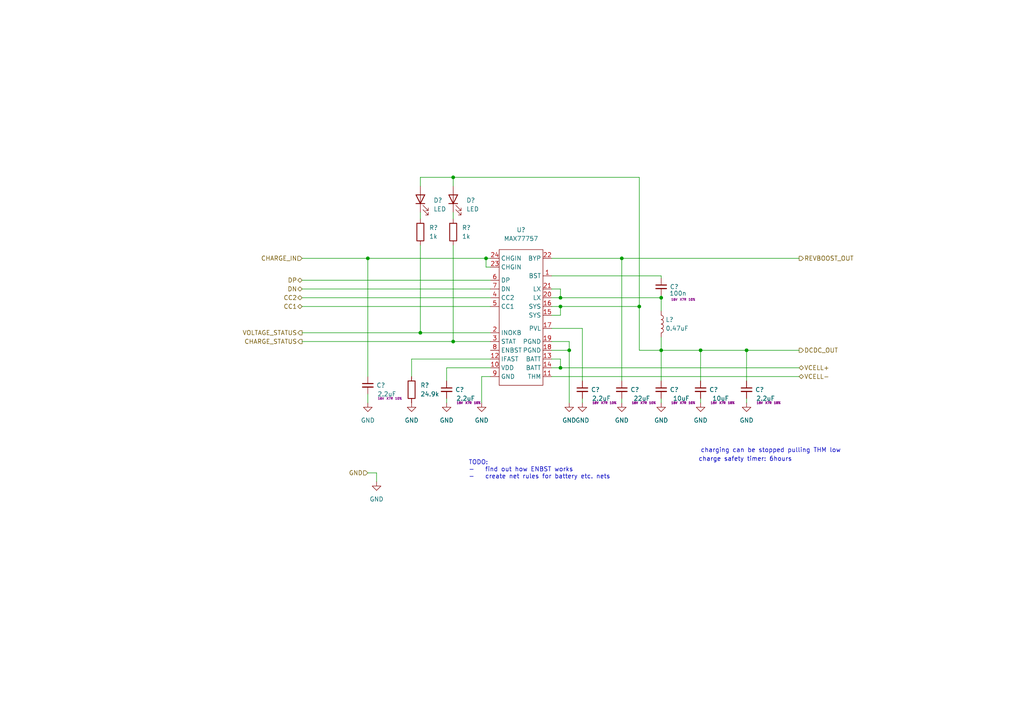
<source format=kicad_sch>
(kicad_sch (version 20211123) (generator eeschema)
  (paper "A4")
  (lib_symbols
    (symbol "314_power_management_ic:MAX77757"
      (property "Reference" "U?" (at -5.08 20.32 0))
      (property "Value" "MAX77757" (at 0 1.27 90))
      (symbol "MAX77757_0_1"
        (rectangle (start -6.35 19.05) (end 6.35 -20.32))
      )
      (symbol "MAX77757_1_1"
        (pin power_out line (at 8.89 11.43 180) (length 2.54) (name "BST") (number "1"))
        (pin power_out line (at -8.89 -15.24 0) (length 2.54) (name "VDD") (number "10"))
        (pin input line (at 8.89 -17.78 180) (length 2.54) (name "THM") (number "11"))
        (pin passive line (at -8.89 -12.7 0) (length 2.54) (name "IFAST") (number "12"))
        (pin power_out line (at 8.89 -12.7 180) (length 2.54) (name "BATT") (number "13"))
        (pin power_out line (at 8.89 -15.24 180) (length 2.54) (name "BATT") (number "14"))
        (pin power_in line (at 8.89 0 180) (length 2.54) (name "SYS") (number "15"))
        (pin power_in line (at 8.89 2.54 180) (length 2.54) (name "SYS") (number "16"))
        (pin power_out line (at 8.89 -3.81 180) (length 2.54) (name "PVL") (number "17"))
        (pin power_out line (at 8.89 -10.16 180) (length 2.54) (name "PGND") (number "18"))
        (pin power_out line (at 8.89 -7.62 180) (length 2.54) (name "PGND") (number "19"))
        (pin open_collector line (at -8.89 -5.08 0) (length 2.54) (name "INOKB") (number "2"))
        (pin bidirectional line (at 8.89 5.08 180) (length 2.54) (name "LX") (number "20"))
        (pin bidirectional line (at 8.89 7.62 180) (length 2.54) (name "LX") (number "21"))
        (pin bidirectional line (at 8.89 16.51 180) (length 2.54) (name "BYP") (number "22"))
        (pin power_in line (at -8.89 13.97 0) (length 2.54) (name "CHGIN") (number "23"))
        (pin power_in line (at -8.89 16.51 0) (length 2.54) (name "CHGIN") (number "24"))
        (pin open_collector line (at -8.89 -7.62 0) (length 2.54) (name "STAT") (number "3"))
        (pin bidirectional line (at -8.89 5.08 0) (length 2.54) (name "CC2") (number "4"))
        (pin bidirectional line (at -8.89 2.54 0) (length 2.54) (name "CC1") (number "5"))
        (pin bidirectional line (at -8.89 10.16 0) (length 2.54) (name "DP") (number "6"))
        (pin bidirectional line (at -8.89 7.62 0) (length 2.54) (name "DN") (number "7"))
        (pin input line (at -8.89 -10.16 0) (length 2.54) (name "ENBST") (number "8"))
        (pin power_out line (at -8.89 -17.78 0) (length 2.54) (name "GND") (number "9"))
      )
    )
    (symbol "Device:C_Small" (pin_numbers hide) (pin_names (offset 0.254) hide)
      (property "Reference" "C" (at 0.254 1.778 0))
      (property "Value" "C_Small" (at 0.254 -2.032 0))
      (symbol "C_Small_0_1"
        (polyline (pts (xy -1.524 -0.508) (xy 1.524 -0.508)) (stroke (width 0.3302)))
        (polyline (pts (xy -1.524 0.508) (xy 1.524 0.508)) (stroke (width 0.3048)))
      )
      (symbol "C_Small_1_1"
        (pin passive line (at 0 2.54 270) (length 2.032) (name "~") (number "1"))
        (pin passive line (at 0 -2.54 90) (length 2.032) (name "~") (number "2"))
      )
    )
    (symbol "Device:L" (pin_numbers hide) (pin_names (offset 1.016) hide)
      (property "Reference" "L" (at -1.27 0 90))
      (property "Value" "L" (at 1.905 0 90))
      (symbol "L_0_1"
        (arc (start 0 -2.54) (mid 0.635 -1.905) (end 0 -1.27))
        (arc (start 0 -1.27) (mid 0.635 -0.635) (end 0 0))
        (arc (start 0 0) (mid 0.635 0.635) (end 0 1.27))
        (arc (start 0 1.27) (mid 0.635 1.905) (end 0 2.54))
      )
      (symbol "L_1_1"
        (pin passive line (at 0 3.81 270) (length 1.27) (name "1") (number "1"))
        (pin passive line (at 0 -3.81 90) (length 1.27) (name "2") (number "2"))
      )
    )
    (symbol "Device:LED" (pin_numbers hide) (pin_names (offset 1.016) hide)
      (property "Reference" "D" (at 0 2.54 0))
      (property "Value" "LED" (at 0 -2.54 0))
      (symbol "LED_0_1"
        (polyline (pts (xy -1.27 -1.27) (xy -1.27 1.27)) (stroke (width 0.254)))
        (polyline (pts (xy -1.27 0) (xy 1.27 0)))
        (polyline (pts (xy 1.27 -1.27) (xy 1.27 1.27) (xy -1.27 0) (xy 1.27 -1.27)) (stroke (width 0.254)))
        (polyline (pts (xy -3.048 -0.762) (xy -4.572 -2.286) (xy -3.81 -2.286) (xy -4.572 -2.286) (xy -4.572 -1.524)))
        (polyline (pts (xy -1.778 -0.762) (xy -3.302 -2.286) (xy -2.54 -2.286) (xy -3.302 -2.286) (xy -3.302 -1.524)))
      )
      (symbol "LED_1_1"
        (pin passive line (at -3.81 0 0) (length 2.54) (name "K") (number "1"))
        (pin passive line (at 3.81 0 180) (length 2.54) (name "A") (number "2"))
      )
    )
    (symbol "Device:R" (pin_numbers hide) (pin_names (offset 0))
      (property "Reference" "R" (at 2.032 0 90))
      (property "Value" "R" (at 0 0 90))
      (symbol "R_0_1"
        (rectangle (start -1.016 -2.54) (end 1.016 2.54) (stroke (width 0.254)))
      )
      (symbol "R_1_1"
        (pin passive line (at 0 3.81 270) (length 1.27) (name "~") (number "1"))
        (pin passive line (at 0 -3.81 90) (length 1.27) (name "~") (number "2"))
      )
    )
    (symbol "power:GND" (power) (pin_names (offset 0))
      (property "Value" "GND" (at 0 -3.81 0))
      (symbol "GND_0_1"
        (polyline (pts (xy 0 0) (xy 0 -1.27) (xy 1.27 -1.27) (xy 0 -2.54) (xy -1.27 -1.27) (xy 0 -1.27)))
      )
      (symbol "GND_1_1"
        (pin power_in line (at 0 0 270) (length 0) hide (name "GND") (number "1"))
      )
    )
  )
  (junction (at 185.42 88.9))
  (junction (at 162.56 88.9))
  (junction (at 191.77 101.6))
  (junction (at 191.77 86.36))
  (junction (at 121.92 96.52))
  (junction (at 203.2 101.6))
  (junction (at 106.68 74.93))
  (junction (at 140.97 74.93))
  (junction (at 216.535 101.6))
  (junction (at 131.445 99.06))
  (junction (at 165.1 101.6))
  (junction (at 162.56 86.36))
  (junction (at 131.445 51.435))
  (junction (at 180.34 74.93))
  (junction (at 162.56 106.68))
  (wire (pts (xy 121.92 51.435) (xy 121.92 53.975)))
  (wire (pts (xy 168.91 115.57) (xy 168.91 116.84)))
  (wire (pts (xy 160.02 101.6) (xy 165.1 101.6)))
  (wire (pts (xy 162.56 106.68) (xy 231.775 106.68)))
  (wire (pts (xy 162.56 88.9) (xy 162.56 91.44)))
  (wire (pts (xy 131.445 99.06) (xy 142.24 99.06)))
  (wire (pts (xy 140.97 74.93) (xy 142.24 74.93)))
  (wire (pts (xy 168.91 95.25) (xy 168.91 110.49)))
  (wire (pts (xy 160.02 74.93) (xy 180.34 74.93)))
  (wire (pts (xy 162.56 88.9) (xy 185.42 88.9)))
  (wire (pts (xy 106.68 74.93) (xy 140.97 74.93)))
  (wire (pts (xy 160.02 91.44) (xy 162.56 91.44)))
  (wire (pts (xy 139.7 109.22) (xy 139.7 116.84)))
  (wire (pts (xy 140.97 74.93) (xy 140.97 77.47)))
  (wire (pts (xy 185.42 88.9) (xy 185.42 101.6)))
  (wire (pts (xy 131.445 51.435) (xy 131.445 53.975)))
  (wire (pts (xy 129.54 115.57) (xy 129.54 116.84)))
  (wire (pts (xy 160.02 86.36) (xy 162.56 86.36)))
  (wire (pts (xy 160.02 80.01) (xy 191.77 80.01)))
  (wire (pts (xy 180.34 115.57) (xy 180.34 116.84)))
  (wire (pts (xy 165.1 99.06) (xy 165.1 101.6)))
  (wire (pts (xy 121.92 96.52) (xy 142.24 96.52)))
  (wire (pts (xy 165.1 101.6) (xy 165.1 116.84)))
  (wire (pts (xy 131.445 51.435) (xy 121.92 51.435)))
  (wire (pts (xy 160.02 106.68) (xy 162.56 106.68)))
  (wire (pts (xy 191.77 115.57) (xy 191.77 116.84)))
  (wire (pts (xy 160.02 99.06) (xy 165.1 99.06)))
  (wire (pts (xy 129.54 106.68) (xy 129.54 110.49)))
  (wire (pts (xy 185.42 51.435) (xy 185.42 88.9)))
  (wire (pts (xy 216.535 110.49) (xy 216.535 101.6)))
  (wire (pts (xy 106.68 74.93) (xy 106.68 109.22)))
  (wire (pts (xy 191.77 85.725) (xy 191.77 86.36)))
  (wire (pts (xy 119.38 104.14) (xy 142.24 104.14)))
  (wire (pts (xy 87.63 99.06) (xy 131.445 99.06)))
  (wire (pts (xy 191.77 86.36) (xy 191.77 90.17)))
  (wire (pts (xy 203.2 101.6) (xy 216.535 101.6)))
  (wire (pts (xy 106.68 137.16) (xy 109.22 137.16)))
  (wire (pts (xy 131.445 99.06) (xy 131.445 71.12)))
  (wire (pts (xy 121.92 61.595) (xy 121.92 63.5)))
  (wire (pts (xy 160.02 95.25) (xy 168.91 95.25)))
  (wire (pts (xy 87.63 86.36) (xy 142.24 86.36)))
  (wire (pts (xy 106.68 114.3) (xy 106.68 116.84)))
  (wire (pts (xy 180.34 74.93) (xy 231.775 74.93)))
  (wire (pts (xy 216.535 115.57) (xy 216.535 116.84)))
  (wire (pts (xy 131.445 61.595) (xy 131.445 63.5)))
  (wire (pts (xy 109.22 137.16) (xy 109.22 139.7)))
  (wire (pts (xy 121.92 71.12) (xy 121.92 96.52)))
  (wire (pts (xy 87.63 74.93) (xy 106.68 74.93)))
  (wire (pts (xy 180.34 74.93) (xy 180.34 110.49)))
  (wire (pts (xy 87.63 96.52) (xy 121.92 96.52)))
  (wire (pts (xy 160.02 104.14) (xy 162.56 104.14)))
  (wire (pts (xy 142.24 106.68) (xy 129.54 106.68)))
  (wire (pts (xy 160.02 109.22) (xy 231.775 109.22)))
  (wire (pts (xy 87.63 81.28) (xy 142.24 81.28)))
  (wire (pts (xy 87.63 88.9) (xy 142.24 88.9)))
  (wire (pts (xy 185.42 51.435) (xy 131.445 51.435)))
  (wire (pts (xy 162.56 86.36) (xy 162.56 83.82)))
  (wire (pts (xy 203.2 115.57) (xy 203.2 116.84)))
  (wire (pts (xy 160.02 83.82) (xy 162.56 83.82)))
  (wire (pts (xy 185.42 101.6) (xy 191.77 101.6)))
  (wire (pts (xy 162.56 104.14) (xy 162.56 106.68)))
  (wire (pts (xy 191.77 101.6) (xy 203.2 101.6)))
  (wire (pts (xy 216.535 101.6) (xy 231.775 101.6)))
  (wire (pts (xy 160.02 88.9) (xy 162.56 88.9)))
  (wire (pts (xy 191.77 101.6) (xy 191.77 110.49)))
  (wire (pts (xy 119.38 109.22) (xy 119.38 104.14)))
  (wire (pts (xy 87.63 83.82) (xy 142.24 83.82)))
  (wire (pts (xy 162.56 86.36) (xy 191.77 86.36)))
  (wire (pts (xy 140.97 77.47) (xy 142.24 77.47)))
  (wire (pts (xy 191.77 97.79) (xy 191.77 101.6)))
  (wire (pts (xy 203.2 101.6) (xy 203.2 110.49)))
  (wire (pts (xy 191.77 80.01) (xy 191.77 80.645)))
  (wire (pts (xy 142.24 109.22) (xy 139.7 109.22)))
  (text "TODO:\n-	find out how ENBST works\n-	create net rules for battery etc. nets" (at 135.89 139.065 0) (effects (font (size 1.27 1.27)) (justify left bottom)))
  (text "charge safety timer: 6hours" (at 202.565 133.985 0) (effects (font (size 1.27 1.27)) (justify left bottom)))
  (text "charging can be stopped pulling THM low" (at 203.2 131.445 0) (effects (font (size 1.27 1.27)) (justify left bottom)))
  (hierarchical_label "DN" (shape bidirectional) (at 87.63 83.82 180))
  (hierarchical_label "DP" (shape bidirectional) (at 87.63 81.28 180))
  (hierarchical_label "REVBOOST_OUT" (shape output) (at 231.775 74.93 0))
  (hierarchical_label "CHARGE_IN" (shape input) (at 87.63 74.93 180))
  (hierarchical_label "VCELL-" (shape bidirectional) (at 231.775 109.22 0))
  (hierarchical_label "GND" (shape input) (at 106.68 137.16 180))
  (hierarchical_label "DCDC_OUT" (shape output) (at 231.775 101.6 0))
  (hierarchical_label "VCELL+" (shape bidirectional) (at 231.775 106.68 0))
  (hierarchical_label "CC2" (shape bidirectional) (at 87.63 86.36 180))
  (hierarchical_label "VOLTAGE_STATUS" (shape output) (at 87.63 96.52 180))
  (hierarchical_label "CC1" (shape bidirectional) (at 87.63 88.9 180))
  (hierarchical_label "CHARGE_STATUS" (shape output) (at 87.63 99.06 180))
  (symbol (lib_id "Device:R") (at 121.92 67.31 0) (unit 1)
    (property "Reference" "R?" (at 124.46 66.0399 0) (effects (justify left)))
    (property "Value" "1k" (at 124.46 68.5799 0) (effects (justify left)))
  )
  (symbol (lib_id "power:GND") (at 106.68 116.84 0) (unit 1)
    (property "Reference" "#PWR?" (effects hide))
    (property "Value" "GND" (at 106.68 121.92 0))
  )
  (symbol (lib_id "power:GND") (at 168.91 116.84 0) (unit 1)
    (property "Reference" "#PWR?" (effects hide))
    (property "Value" "GND" (at 168.91 121.92 0))
  )
  (symbol (lib_id "power:GND") (at 109.22 139.7 0) (unit 1)
    (property "Reference" "#PWR?" (effects hide))
    (property "Value" "GND" (at 109.22 144.78 0))
  )
  (symbol (lib_id "Device:C_Small") (at 191.77 83.185 0) (mirror y) (unit 1)
    (property "Reference" "C?" (at 196.85 83.185 0) (effects (justify left)))
    (property "Value" "100n" (at 199.136 85.09 0) (effects (justify left)))
    (property "Tolerance" "10%" (at 200.66 86.868 0) (effects (font (size 0.635 0.635))))
    (property "Type" "X7R" (at 198.12 86.868 0) (effects (font (size 0.635 0.635))))
    (property "Voltage Rating" "16V" (at 195.58 86.868 0) (effects (font (size 0.635 0.635))))
  )
  (symbol (lib_id "power:GND") (at 165.1 116.84 0) (unit 1)
    (property "Reference" "#PWR?" (effects hide))
    (property "Value" "GND" (at 165.1 121.92 0))
  )
  (symbol (lib_id "power:GND") (at 203.2 116.84 0) (unit 1)
    (property "Reference" "#PWR?" (effects hide))
    (property "Value" "GND" (at 203.2 121.92 0))
  )
  (symbol (lib_id "power:GND") (at 119.38 116.84 0) (unit 1)
    (property "Reference" "#PWR?" (effects hide))
    (property "Value" "GND" (at 119.38 121.92 0))
  )
  (symbol (lib_id "Device:LED") (at 131.445 57.785 90) (unit 1)
    (property "Reference" "D?" (at 135.255 58.1024 90) (effects (justify right)))
    (property "Value" "LED" (at 135.255 60.6424 90) (effects (justify right)))
    (property "Footprint" "Diode_SMD:D_0603_1608Metric_Pad1.05x0.95mm_HandSolder" (effects hide))
  )
  (symbol (lib_id "Device:C_Small") (at 203.2 113.03 0) (mirror y) (unit 1)
    (property "Reference" "C?" (at 208.28 113.03 0) (effects (justify left)))
    (property "Value" "10uF" (at 211.455 115.57 0) (effects (justify left)))
    (property "Tolerance" "10%" (at 212.09 116.84 0) (effects (font (size 0.635 0.635))))
    (property "Type" "X7R" (at 209.55 116.84 0) (effects (font (size 0.635 0.635))))
    (property "Voltage Rating" "16V" (at 207.01 116.84 0) (effects (font (size 0.635 0.635))))
  )
  (symbol (lib_id "Device:LED") (at 121.92 57.785 90) (unit 1)
    (property "Reference" "D?" (at 125.73 58.1024 90) (effects (justify right)))
    (property "Value" "LED" (at 125.73 60.6424 90) (effects (justify right)))
    (property "Footprint" "Diode_SMD:D_0603_1608Metric_Pad1.05x0.95mm_HandSolder" (effects hide))
  )
  (symbol (lib_id "power:GND") (at 180.34 116.84 0) (unit 1)
    (property "Reference" "#PWR?" (effects hide))
    (property "Value" "GND" (at 180.34 121.92 0))
  )
  (symbol (lib_id "power:GND") (at 139.7 116.84 0) (unit 1)
    (property "Reference" "#PWR?" (effects hide))
    (property "Value" "GND" (at 139.7 121.92 0))
  )
  (symbol (lib_id "Device:R") (at 131.445 67.31 0) (unit 1)
    (property "Reference" "R?" (at 133.985 66.0399 0) (effects (justify left)))
    (property "Value" "1k" (at 133.985 68.5799 0) (effects (justify left)))
  )
  (symbol (lib_id "Device:C_Small") (at 168.91 113.03 0) (mirror y) (unit 1)
    (property "Reference" "C?" (at 173.99 113.03 0) (effects (justify left)))
    (property "Value" "2.2uF" (at 177.165 115.57 0) (effects (justify left)))
    (property "Tolerance" "10%" (at 177.8 116.84 0) (effects (font (size 0.635 0.635))))
    (property "Type" "X7R" (at 175.26 116.84 0) (effects (font (size 0.635 0.635))))
    (property "Voltage Rating" "16V" (at 172.72 116.84 0) (effects (font (size 0.635 0.635))))
  )
  (symbol (lib_id "power:GND") (at 191.77 116.84 0) (unit 1)
    (property "Reference" "#PWR?" (effects hide))
    (property "Value" "GND" (at 191.77 121.92 0))
  )
  (symbol (lib_id "Device:C_Small") (at 216.535 113.03 0) (mirror y) (unit 1)
    (property "Reference" "C?" (at 221.615 113.03 0) (effects (justify left)))
    (property "Value" "2.2uF" (at 224.79 115.57 0) (effects (justify left)))
    (property "Tolerance" "10%" (at 225.425 116.84 0) (effects (font (size 0.635 0.635))))
    (property "Type" "X7R" (at 222.885 116.84 0) (effects (font (size 0.635 0.635))))
    (property "Voltage Rating" "16V" (at 220.345 116.84 0) (effects (font (size 0.635 0.635))))
  )
  (symbol (lib_id "Device:C_Small") (at 180.34 113.03 0) (mirror y) (unit 1)
    (property "Reference" "C?" (at 185.42 113.03 0) (effects (justify left)))
    (property "Value" "22uF" (at 188.595 115.57 0) (effects (justify left)))
    (property "Tolerance" "10%" (at 189.23 116.84 0) (effects (font (size 0.635 0.635))))
    (property "Type" "X7R" (at 186.69 116.84 0) (effects (font (size 0.635 0.635))))
    (property "Voltage Rating" "16V" (at 184.15 116.84 0) (effects (font (size 0.635 0.635))))
  )
  (symbol (lib_id "power:GND") (at 216.535 116.84 0) (unit 1)
    (property "Reference" "#PWR?" (effects hide))
    (property "Value" "GND" (at 216.535 121.92 0))
  )
  (symbol (lib_id "Device:R") (at 119.38 113.03 0) (unit 1)
    (property "Reference" "R?" (at 121.92 111.7599 0) (effects (justify left)))
    (property "Value" "24.9k" (at 121.92 114.2999 0) (effects (justify left)))
  )
  (symbol (lib_id "Device:L") (at 191.77 93.98 0) (unit 1)
    (property "Reference" "L?" (at 193.04 92.7099 0) (effects (justify left)))
    (property "Value" "0.47uF" (at 193.04 95.2499 0) (effects (justify left)))
  )
  (symbol (lib_id "Device:C_Small") (at 106.68 111.76 0) (mirror y) (unit 1)
    (property "Reference" "C?" (at 111.76 111.76 0) (effects (justify left)))
    (property "Value" "2.2uF" (at 114.935 114.3 0) (effects (justify left)))
    (property "Tolerance" "10%" (at 115.57 115.57 0) (effects (font (size 0.635 0.635))))
    (property "Type" "X7R" (at 113.03 115.57 0) (effects (font (size 0.635 0.635))))
    (property "Voltage Rating" "16V" (at 110.49 115.57 0) (effects (font (size 0.635 0.635))))
  )
  (symbol (lib_id "Device:C_Small") (at 129.54 113.03 0) (mirror y) (unit 1)
    (property "Reference" "C?" (at 134.62 113.03 0) (effects (justify left)))
    (property "Value" "2.2uF" (at 137.795 115.57 0) (effects (justify left)))
    (property "Tolerance" "10%" (at 138.43 116.84 0) (effects (font (size 0.635 0.635))))
    (property "Type" "X7R" (at 135.89 116.84 0) (effects (font (size 0.635 0.635))))
    (property "Voltage Rating" "16V" (at 133.35 116.84 0) (effects (font (size 0.635 0.635))))
  )
  (symbol (lib_id "314_power_management_ic:MAX77757") (at 151.13 91.44 0) (unit 1)
    (property "Reference" "U?" (at 151.13 66.675 0))
    (property "Value" "MAX77757" (at 151.13 69.215 0))
    (property "Footprint" "314_PMIC:FC2QFN-24_3x3mm_P0.4mm" (effects hide))
  )
  (symbol (lib_id "power:GND") (at 129.54 116.84 0) (unit 1)
    (property "Reference" "#PWR?" (effects hide))
    (property "Value" "GND" (at 129.54 121.92 0))
  )
  (symbol (lib_id "Device:C_Small") (at 191.77 113.03 0) (mirror y) (unit 1)
    (property "Reference" "C?" (at 196.85 113.03 0) (effects (justify left)))
    (property "Value" "10uF" (at 200.025 115.57 0) (effects (justify left)))
    (property "Tolerance" "10%" (at 200.66 116.84 0) (effects (font (size 0.635 0.635))))
    (property "Type" "X7R" (at 198.12 116.84 0) (effects (font (size 0.635 0.635))))
    (property "Voltage Rating" "16V" (at 195.58 116.84 0) (effects (font (size 0.635 0.635))))
  )
)
</source>
